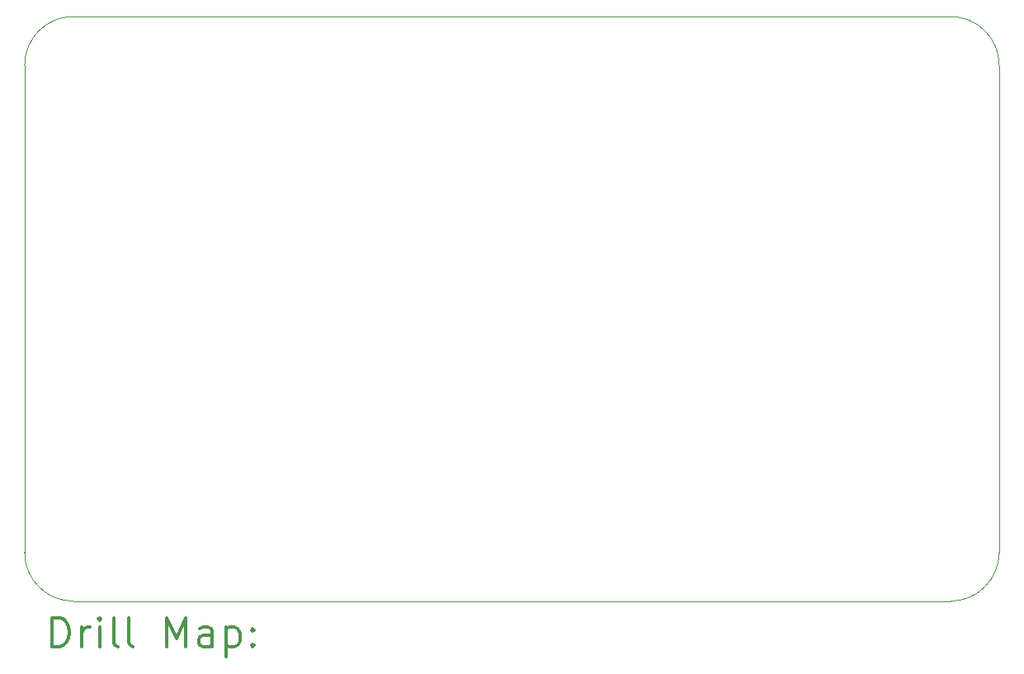
<source format=gbr>
%FSLAX45Y45*%
G04 Gerber Fmt 4.5, Leading zero omitted, Abs format (unit mm)*
G04 Created by KiCad (PCBNEW 5.1.10-88a1d61d58~88~ubuntu18.04.1) date 2021-05-26 13:38:08*
%MOMM*%
%LPD*%
G01*
G04 APERTURE LIST*
%TA.AperFunction,Profile*%
%ADD10C,0.050000*%
%TD*%
%ADD11C,0.200000*%
%ADD12C,0.300000*%
G04 APERTURE END LIST*
D10*
X13500000Y-9000000D02*
G75*
G02*
X13000000Y-9500000I-500000J0D01*
G01*
X4000000Y-9500000D02*
G75*
G02*
X3500000Y-9000000I0J500000D01*
G01*
X3500000Y-4000000D02*
G75*
G02*
X4000000Y-3500000I500000J0D01*
G01*
X13000000Y-3500000D02*
G75*
G02*
X13500000Y-4000000I0J-500000D01*
G01*
X3500000Y-9000000D02*
X3500000Y-4000000D01*
X13000000Y-9500000D02*
X4000000Y-9500000D01*
X13500000Y-4000000D02*
X13500000Y-9000000D01*
X4000000Y-3500000D02*
X13000000Y-3500000D01*
D11*
D12*
X3783928Y-9968214D02*
X3783928Y-9668214D01*
X3855357Y-9668214D01*
X3898214Y-9682500D01*
X3926786Y-9711072D01*
X3941071Y-9739643D01*
X3955357Y-9796786D01*
X3955357Y-9839643D01*
X3941071Y-9896786D01*
X3926786Y-9925357D01*
X3898214Y-9953929D01*
X3855357Y-9968214D01*
X3783928Y-9968214D01*
X4083928Y-9968214D02*
X4083928Y-9768214D01*
X4083928Y-9825357D02*
X4098214Y-9796786D01*
X4112500Y-9782500D01*
X4141071Y-9768214D01*
X4169643Y-9768214D01*
X4269643Y-9968214D02*
X4269643Y-9768214D01*
X4269643Y-9668214D02*
X4255357Y-9682500D01*
X4269643Y-9696786D01*
X4283928Y-9682500D01*
X4269643Y-9668214D01*
X4269643Y-9696786D01*
X4455357Y-9968214D02*
X4426786Y-9953929D01*
X4412500Y-9925357D01*
X4412500Y-9668214D01*
X4612500Y-9968214D02*
X4583928Y-9953929D01*
X4569643Y-9925357D01*
X4569643Y-9668214D01*
X4955357Y-9968214D02*
X4955357Y-9668214D01*
X5055357Y-9882500D01*
X5155357Y-9668214D01*
X5155357Y-9968214D01*
X5426786Y-9968214D02*
X5426786Y-9811072D01*
X5412500Y-9782500D01*
X5383928Y-9768214D01*
X5326786Y-9768214D01*
X5298214Y-9782500D01*
X5426786Y-9953929D02*
X5398214Y-9968214D01*
X5326786Y-9968214D01*
X5298214Y-9953929D01*
X5283928Y-9925357D01*
X5283928Y-9896786D01*
X5298214Y-9868214D01*
X5326786Y-9853929D01*
X5398214Y-9853929D01*
X5426786Y-9839643D01*
X5569643Y-9768214D02*
X5569643Y-10068214D01*
X5569643Y-9782500D02*
X5598214Y-9768214D01*
X5655357Y-9768214D01*
X5683928Y-9782500D01*
X5698214Y-9796786D01*
X5712500Y-9825357D01*
X5712500Y-9911072D01*
X5698214Y-9939643D01*
X5683928Y-9953929D01*
X5655357Y-9968214D01*
X5598214Y-9968214D01*
X5569643Y-9953929D01*
X5841071Y-9939643D02*
X5855357Y-9953929D01*
X5841071Y-9968214D01*
X5826786Y-9953929D01*
X5841071Y-9939643D01*
X5841071Y-9968214D01*
X5841071Y-9782500D02*
X5855357Y-9796786D01*
X5841071Y-9811072D01*
X5826786Y-9796786D01*
X5841071Y-9782500D01*
X5841071Y-9811072D01*
M02*

</source>
